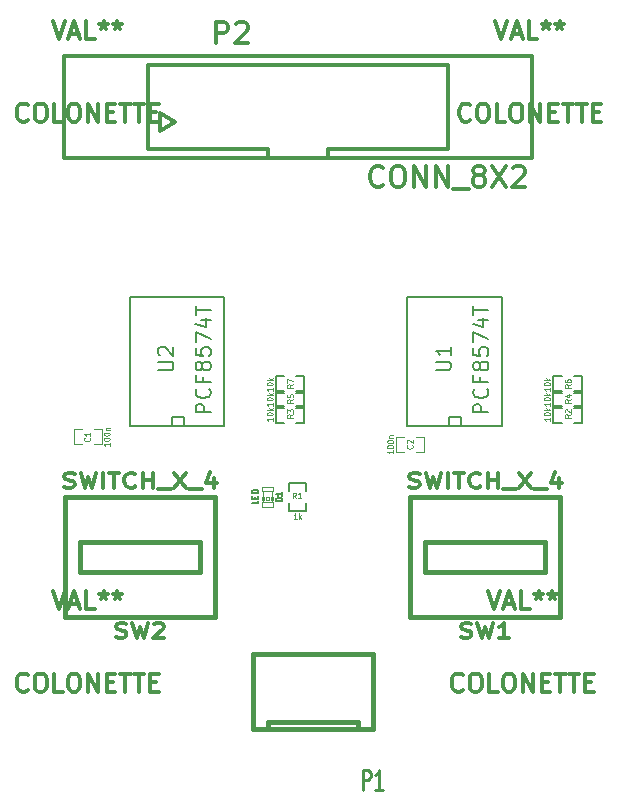
<source format=gto>
G04 (created by PCBNEW (2013-07-07 BZR 4022)-stable) date dim. 09 mars 2014 21:57:11 CET*
%MOIN*%
G04 Gerber Fmt 3.4, Leading zero omitted, Abs format*
%FSLAX34Y34*%
G01*
G70*
G90*
G04 APERTURE LIST*
%ADD10C,0.00590551*%
%ADD11C,0.015*%
%ADD12C,0.008*%
%ADD13C,0.005*%
%ADD14C,0.0047*%
%ADD15C,0.0026*%
%ADD16C,0.004*%
%ADD17C,0.012*%
%ADD18C,0.0045*%
%ADD19C,0.0107*%
G04 APERTURE END LIST*
G54D10*
G54D11*
X25000Y-67500D02*
X25000Y-68500D01*
X25000Y-68500D02*
X21000Y-68500D01*
X21000Y-68500D02*
X21000Y-67500D01*
X21000Y-67500D02*
X25000Y-67500D01*
X20500Y-70000D02*
X20500Y-66000D01*
X20500Y-66000D02*
X25500Y-66000D01*
X25500Y-66000D02*
X25500Y-70000D01*
X25500Y-70000D02*
X20500Y-70000D01*
X13500Y-67500D02*
X13500Y-68500D01*
X13500Y-68500D02*
X9500Y-68500D01*
X9500Y-68500D02*
X9500Y-67500D01*
X9500Y-67500D02*
X13500Y-67500D01*
X9000Y-70000D02*
X9000Y-66000D01*
X9000Y-66000D02*
X14000Y-66000D01*
X14000Y-66000D02*
X14000Y-70000D01*
X14000Y-70000D02*
X9000Y-70000D01*
G54D12*
X23550Y-63650D02*
X20400Y-63650D01*
X20400Y-59350D02*
X23550Y-59350D01*
X20400Y-63650D02*
X20400Y-59350D01*
X23550Y-59350D02*
X23550Y-63650D01*
X21800Y-63650D02*
X21800Y-63350D01*
X21800Y-63350D02*
X22200Y-63350D01*
X22200Y-63350D02*
X22200Y-63650D01*
X14300Y-63650D02*
X11150Y-63650D01*
X11150Y-59350D02*
X14300Y-59350D01*
X11150Y-63650D02*
X11150Y-59350D01*
X14300Y-59350D02*
X14300Y-63650D01*
X12550Y-63650D02*
X12550Y-63350D01*
X12550Y-63350D02*
X12950Y-63350D01*
X12950Y-63350D02*
X12950Y-63650D01*
G54D13*
X25553Y-62975D02*
X25275Y-62975D01*
X25275Y-62975D02*
X25275Y-63525D01*
X25275Y-63525D02*
X25553Y-63525D01*
X26225Y-62975D02*
X25947Y-62975D01*
X26225Y-62975D02*
X26225Y-63525D01*
X26225Y-63525D02*
X25947Y-63525D01*
X25553Y-62475D02*
X25275Y-62475D01*
X25275Y-62475D02*
X25275Y-63025D01*
X25275Y-63025D02*
X25553Y-63025D01*
X26225Y-62475D02*
X25947Y-62475D01*
X26225Y-62475D02*
X26225Y-63025D01*
X26225Y-63025D02*
X25947Y-63025D01*
X25553Y-61975D02*
X25275Y-61975D01*
X25275Y-61975D02*
X25275Y-62525D01*
X25275Y-62525D02*
X25553Y-62525D01*
X26225Y-61975D02*
X25947Y-61975D01*
X26225Y-61975D02*
X26225Y-62525D01*
X26225Y-62525D02*
X25947Y-62525D01*
X16303Y-62975D02*
X16025Y-62975D01*
X16025Y-62975D02*
X16025Y-63525D01*
X16025Y-63525D02*
X16303Y-63525D01*
X16975Y-62975D02*
X16697Y-62975D01*
X16975Y-62975D02*
X16975Y-63525D01*
X16975Y-63525D02*
X16697Y-63525D01*
X16303Y-62475D02*
X16025Y-62475D01*
X16025Y-62475D02*
X16025Y-63025D01*
X16025Y-63025D02*
X16303Y-63025D01*
X16975Y-62475D02*
X16697Y-62475D01*
X16975Y-62475D02*
X16975Y-63025D01*
X16975Y-63025D02*
X16697Y-63025D01*
X16303Y-61975D02*
X16025Y-61975D01*
X16025Y-61975D02*
X16025Y-62525D01*
X16025Y-62525D02*
X16303Y-62525D01*
X16975Y-61975D02*
X16697Y-61975D01*
X16975Y-61975D02*
X16975Y-62525D01*
X16975Y-62525D02*
X16697Y-62525D01*
X16475Y-66197D02*
X16475Y-66475D01*
X16475Y-66475D02*
X17025Y-66475D01*
X17025Y-66475D02*
X17025Y-66197D01*
X16475Y-65525D02*
X16475Y-65803D01*
X16475Y-65525D02*
X17025Y-65525D01*
X17025Y-65525D02*
X17025Y-65803D01*
G54D14*
X9553Y-63744D02*
X9278Y-63744D01*
X9947Y-63744D02*
X10222Y-63744D01*
X9553Y-64256D02*
X9278Y-64256D01*
X10222Y-64256D02*
X9947Y-64256D01*
X9278Y-64250D02*
X9278Y-63750D01*
X10222Y-63750D02*
X10222Y-64250D01*
X20697Y-64506D02*
X20972Y-64506D01*
X20303Y-64506D02*
X20028Y-64506D01*
X20697Y-63994D02*
X20972Y-63994D01*
X20028Y-63994D02*
X20303Y-63994D01*
X20972Y-64000D02*
X20972Y-64500D01*
X20028Y-64500D02*
X20028Y-64000D01*
G54D15*
X15927Y-66177D02*
X15573Y-66177D01*
X15573Y-66177D02*
X15573Y-66334D01*
X15927Y-66334D02*
X15573Y-66334D01*
X15927Y-66177D02*
X15927Y-66334D01*
X15927Y-65666D02*
X15573Y-65666D01*
X15573Y-65666D02*
X15573Y-65823D01*
X15927Y-65823D02*
X15573Y-65823D01*
X15927Y-65666D02*
X15927Y-65823D01*
X15927Y-66000D02*
X15868Y-66000D01*
X15868Y-66000D02*
X15868Y-66118D01*
X15927Y-66118D02*
X15868Y-66118D01*
X15927Y-66000D02*
X15927Y-66118D01*
X15632Y-66000D02*
X15573Y-66000D01*
X15573Y-66000D02*
X15573Y-66118D01*
X15632Y-66118D02*
X15573Y-66118D01*
X15632Y-66000D02*
X15632Y-66118D01*
X15809Y-66000D02*
X15691Y-66000D01*
X15691Y-66000D02*
X15691Y-66118D01*
X15809Y-66118D02*
X15691Y-66118D01*
X15809Y-66000D02*
X15809Y-66118D01*
G54D16*
X15907Y-66177D02*
X15907Y-65823D01*
X15593Y-66177D02*
X15593Y-65823D01*
G54D11*
X15750Y-73750D02*
X15750Y-73500D01*
X15750Y-73500D02*
X18750Y-73500D01*
X18750Y-73500D02*
X18750Y-73750D01*
X19250Y-71250D02*
X15250Y-71250D01*
X15250Y-71250D02*
X15250Y-73750D01*
X15250Y-73750D02*
X19250Y-73750D01*
X19250Y-73750D02*
X19250Y-71250D01*
G54D17*
X15750Y-54700D02*
X15750Y-54400D01*
X15750Y-54400D02*
X11750Y-54400D01*
X11750Y-54400D02*
X11750Y-51600D01*
X11750Y-51600D02*
X21750Y-51600D01*
X21750Y-51600D02*
X21750Y-54400D01*
X21750Y-54400D02*
X17750Y-54400D01*
X17750Y-54400D02*
X17750Y-54700D01*
X8950Y-54700D02*
X8950Y-51300D01*
X8950Y-51300D02*
X24550Y-51300D01*
X24550Y-51300D02*
X24550Y-54700D01*
X24550Y-54700D02*
X8950Y-54700D01*
X12650Y-53500D02*
X12150Y-53200D01*
X12150Y-53200D02*
X12150Y-53800D01*
X12150Y-53800D02*
X12650Y-53500D01*
X22200Y-70678D02*
X22285Y-70702D01*
X22428Y-70702D01*
X22485Y-70678D01*
X22514Y-70654D01*
X22542Y-70607D01*
X22542Y-70559D01*
X22514Y-70511D01*
X22485Y-70488D01*
X22428Y-70464D01*
X22314Y-70440D01*
X22257Y-70416D01*
X22228Y-70392D01*
X22200Y-70345D01*
X22200Y-70297D01*
X22228Y-70250D01*
X22257Y-70226D01*
X22314Y-70202D01*
X22457Y-70202D01*
X22542Y-70226D01*
X22742Y-70202D02*
X22885Y-70702D01*
X23000Y-70345D01*
X23114Y-70702D01*
X23257Y-70202D01*
X23800Y-70702D02*
X23457Y-70702D01*
X23628Y-70702D02*
X23628Y-70202D01*
X23571Y-70273D01*
X23514Y-70321D01*
X23457Y-70345D01*
X20471Y-65678D02*
X20557Y-65702D01*
X20700Y-65702D01*
X20757Y-65678D01*
X20785Y-65654D01*
X20814Y-65607D01*
X20814Y-65559D01*
X20785Y-65511D01*
X20757Y-65488D01*
X20700Y-65464D01*
X20585Y-65440D01*
X20528Y-65416D01*
X20500Y-65392D01*
X20471Y-65345D01*
X20471Y-65297D01*
X20500Y-65250D01*
X20528Y-65226D01*
X20585Y-65202D01*
X20728Y-65202D01*
X20814Y-65226D01*
X21014Y-65202D02*
X21157Y-65702D01*
X21271Y-65345D01*
X21385Y-65702D01*
X21528Y-65202D01*
X21757Y-65702D02*
X21757Y-65202D01*
X21957Y-65202D02*
X22300Y-65202D01*
X22128Y-65702D02*
X22128Y-65202D01*
X22842Y-65654D02*
X22814Y-65678D01*
X22728Y-65702D01*
X22671Y-65702D01*
X22585Y-65678D01*
X22528Y-65630D01*
X22500Y-65583D01*
X22471Y-65488D01*
X22471Y-65416D01*
X22500Y-65321D01*
X22528Y-65273D01*
X22585Y-65226D01*
X22671Y-65202D01*
X22728Y-65202D01*
X22814Y-65226D01*
X22842Y-65250D01*
X23100Y-65702D02*
X23100Y-65202D01*
X23100Y-65440D02*
X23442Y-65440D01*
X23442Y-65702D02*
X23442Y-65202D01*
X23585Y-65750D02*
X24042Y-65750D01*
X24128Y-65202D02*
X24528Y-65702D01*
X24528Y-65202D02*
X24128Y-65702D01*
X24614Y-65750D02*
X25071Y-65750D01*
X25471Y-65369D02*
X25471Y-65702D01*
X25328Y-65178D02*
X25185Y-65535D01*
X25557Y-65535D01*
X10700Y-70678D02*
X10785Y-70702D01*
X10928Y-70702D01*
X10985Y-70678D01*
X11014Y-70654D01*
X11042Y-70607D01*
X11042Y-70559D01*
X11014Y-70511D01*
X10985Y-70488D01*
X10928Y-70464D01*
X10814Y-70440D01*
X10757Y-70416D01*
X10728Y-70392D01*
X10700Y-70345D01*
X10700Y-70297D01*
X10728Y-70250D01*
X10757Y-70226D01*
X10814Y-70202D01*
X10957Y-70202D01*
X11042Y-70226D01*
X11242Y-70202D02*
X11385Y-70702D01*
X11500Y-70345D01*
X11614Y-70702D01*
X11757Y-70202D01*
X11957Y-70250D02*
X11985Y-70226D01*
X12042Y-70202D01*
X12185Y-70202D01*
X12242Y-70226D01*
X12271Y-70250D01*
X12300Y-70297D01*
X12300Y-70345D01*
X12271Y-70416D01*
X11928Y-70702D01*
X12300Y-70702D01*
X8971Y-65678D02*
X9057Y-65702D01*
X9200Y-65702D01*
X9257Y-65678D01*
X9285Y-65654D01*
X9314Y-65607D01*
X9314Y-65559D01*
X9285Y-65511D01*
X9257Y-65488D01*
X9200Y-65464D01*
X9085Y-65440D01*
X9028Y-65416D01*
X9000Y-65392D01*
X8971Y-65345D01*
X8971Y-65297D01*
X9000Y-65250D01*
X9028Y-65226D01*
X9085Y-65202D01*
X9228Y-65202D01*
X9314Y-65226D01*
X9514Y-65202D02*
X9657Y-65702D01*
X9771Y-65345D01*
X9885Y-65702D01*
X10028Y-65202D01*
X10257Y-65702D02*
X10257Y-65202D01*
X10457Y-65202D02*
X10800Y-65202D01*
X10628Y-65702D02*
X10628Y-65202D01*
X11342Y-65654D02*
X11314Y-65678D01*
X11228Y-65702D01*
X11171Y-65702D01*
X11085Y-65678D01*
X11028Y-65630D01*
X11000Y-65583D01*
X10971Y-65488D01*
X10971Y-65416D01*
X11000Y-65321D01*
X11028Y-65273D01*
X11085Y-65226D01*
X11171Y-65202D01*
X11228Y-65202D01*
X11314Y-65226D01*
X11342Y-65250D01*
X11600Y-65702D02*
X11600Y-65202D01*
X11600Y-65440D02*
X11942Y-65440D01*
X11942Y-65702D02*
X11942Y-65202D01*
X12085Y-65750D02*
X12542Y-65750D01*
X12628Y-65202D02*
X13028Y-65702D01*
X13028Y-65202D02*
X12628Y-65702D01*
X13114Y-65750D02*
X13571Y-65750D01*
X13971Y-65369D02*
X13971Y-65702D01*
X13828Y-65178D02*
X13685Y-65535D01*
X14057Y-65535D01*
G54D13*
X21352Y-61780D02*
X21757Y-61780D01*
X21804Y-61757D01*
X21828Y-61733D01*
X21852Y-61685D01*
X21852Y-61590D01*
X21828Y-61542D01*
X21804Y-61519D01*
X21757Y-61495D01*
X21352Y-61495D01*
X21852Y-60995D02*
X21852Y-61280D01*
X21852Y-61138D02*
X21352Y-61138D01*
X21423Y-61185D01*
X21471Y-61233D01*
X21495Y-61280D01*
X23102Y-63188D02*
X22602Y-63188D01*
X22602Y-62997D01*
X22626Y-62950D01*
X22650Y-62926D01*
X22697Y-62902D01*
X22769Y-62902D01*
X22816Y-62926D01*
X22840Y-62950D01*
X22864Y-62997D01*
X22864Y-63188D01*
X23054Y-62402D02*
X23078Y-62426D01*
X23102Y-62497D01*
X23102Y-62545D01*
X23078Y-62616D01*
X23030Y-62664D01*
X22983Y-62688D01*
X22888Y-62711D01*
X22816Y-62711D01*
X22721Y-62688D01*
X22673Y-62664D01*
X22626Y-62616D01*
X22602Y-62545D01*
X22602Y-62497D01*
X22626Y-62426D01*
X22650Y-62402D01*
X22840Y-62021D02*
X22840Y-62188D01*
X23102Y-62188D02*
X22602Y-62188D01*
X22602Y-61950D01*
X22816Y-61688D02*
X22792Y-61735D01*
X22769Y-61759D01*
X22721Y-61783D01*
X22697Y-61783D01*
X22650Y-61759D01*
X22626Y-61735D01*
X22602Y-61688D01*
X22602Y-61592D01*
X22626Y-61545D01*
X22650Y-61521D01*
X22697Y-61497D01*
X22721Y-61497D01*
X22769Y-61521D01*
X22792Y-61545D01*
X22816Y-61592D01*
X22816Y-61688D01*
X22840Y-61735D01*
X22864Y-61759D01*
X22911Y-61783D01*
X23007Y-61783D01*
X23054Y-61759D01*
X23078Y-61735D01*
X23102Y-61688D01*
X23102Y-61592D01*
X23078Y-61545D01*
X23054Y-61521D01*
X23007Y-61497D01*
X22911Y-61497D01*
X22864Y-61521D01*
X22840Y-61545D01*
X22816Y-61592D01*
X22602Y-61045D02*
X22602Y-61283D01*
X22840Y-61307D01*
X22816Y-61283D01*
X22792Y-61235D01*
X22792Y-61116D01*
X22816Y-61069D01*
X22840Y-61045D01*
X22888Y-61021D01*
X23007Y-61021D01*
X23054Y-61045D01*
X23078Y-61069D01*
X23102Y-61116D01*
X23102Y-61235D01*
X23078Y-61283D01*
X23054Y-61307D01*
X22602Y-60854D02*
X22602Y-60521D01*
X23102Y-60735D01*
X22769Y-60116D02*
X23102Y-60116D01*
X22578Y-60235D02*
X22935Y-60354D01*
X22935Y-60045D01*
X22602Y-59926D02*
X22602Y-59640D01*
X23102Y-59783D02*
X22602Y-59783D01*
X12102Y-61780D02*
X12507Y-61780D01*
X12554Y-61757D01*
X12578Y-61733D01*
X12602Y-61685D01*
X12602Y-61590D01*
X12578Y-61542D01*
X12554Y-61519D01*
X12507Y-61495D01*
X12102Y-61495D01*
X12150Y-61280D02*
X12126Y-61257D01*
X12102Y-61209D01*
X12102Y-61090D01*
X12126Y-61042D01*
X12150Y-61019D01*
X12197Y-60995D01*
X12245Y-60995D01*
X12316Y-61019D01*
X12602Y-61304D01*
X12602Y-60995D01*
X13852Y-63188D02*
X13352Y-63188D01*
X13352Y-62997D01*
X13376Y-62950D01*
X13400Y-62926D01*
X13447Y-62902D01*
X13519Y-62902D01*
X13566Y-62926D01*
X13590Y-62950D01*
X13614Y-62997D01*
X13614Y-63188D01*
X13804Y-62402D02*
X13828Y-62426D01*
X13852Y-62497D01*
X13852Y-62545D01*
X13828Y-62616D01*
X13780Y-62664D01*
X13733Y-62688D01*
X13638Y-62711D01*
X13566Y-62711D01*
X13471Y-62688D01*
X13423Y-62664D01*
X13376Y-62616D01*
X13352Y-62545D01*
X13352Y-62497D01*
X13376Y-62426D01*
X13400Y-62402D01*
X13590Y-62021D02*
X13590Y-62188D01*
X13852Y-62188D02*
X13352Y-62188D01*
X13352Y-61950D01*
X13566Y-61688D02*
X13542Y-61735D01*
X13519Y-61759D01*
X13471Y-61783D01*
X13447Y-61783D01*
X13400Y-61759D01*
X13376Y-61735D01*
X13352Y-61688D01*
X13352Y-61592D01*
X13376Y-61545D01*
X13400Y-61521D01*
X13447Y-61497D01*
X13471Y-61497D01*
X13519Y-61521D01*
X13542Y-61545D01*
X13566Y-61592D01*
X13566Y-61688D01*
X13590Y-61735D01*
X13614Y-61759D01*
X13661Y-61783D01*
X13757Y-61783D01*
X13804Y-61759D01*
X13828Y-61735D01*
X13852Y-61688D01*
X13852Y-61592D01*
X13828Y-61545D01*
X13804Y-61521D01*
X13757Y-61497D01*
X13661Y-61497D01*
X13614Y-61521D01*
X13590Y-61545D01*
X13566Y-61592D01*
X13352Y-61045D02*
X13352Y-61283D01*
X13590Y-61307D01*
X13566Y-61283D01*
X13542Y-61235D01*
X13542Y-61116D01*
X13566Y-61069D01*
X13590Y-61045D01*
X13638Y-61021D01*
X13757Y-61021D01*
X13804Y-61045D01*
X13828Y-61069D01*
X13852Y-61116D01*
X13852Y-61235D01*
X13828Y-61283D01*
X13804Y-61307D01*
X13352Y-60854D02*
X13352Y-60521D01*
X13852Y-60735D01*
X13519Y-60116D02*
X13852Y-60116D01*
X13328Y-60235D02*
X13685Y-60354D01*
X13685Y-60045D01*
X13352Y-59926D02*
X13352Y-59640D01*
X13852Y-59783D02*
X13352Y-59783D01*
G54D18*
X25854Y-63255D02*
X25760Y-63315D01*
X25854Y-63357D02*
X25657Y-63357D01*
X25657Y-63289D01*
X25667Y-63272D01*
X25676Y-63263D01*
X25695Y-63255D01*
X25723Y-63255D01*
X25742Y-63263D01*
X25751Y-63272D01*
X25760Y-63289D01*
X25760Y-63357D01*
X25676Y-63186D02*
X25667Y-63177D01*
X25657Y-63160D01*
X25657Y-63117D01*
X25667Y-63100D01*
X25676Y-63092D01*
X25695Y-63083D01*
X25714Y-63083D01*
X25742Y-63092D01*
X25854Y-63195D01*
X25854Y-63083D01*
X25161Y-63357D02*
X25161Y-63460D01*
X25161Y-63408D02*
X24961Y-63408D01*
X24990Y-63425D01*
X25009Y-63442D01*
X25019Y-63460D01*
X24961Y-63245D02*
X24961Y-63228D01*
X24971Y-63211D01*
X24981Y-63202D01*
X25000Y-63194D01*
X25038Y-63185D01*
X25085Y-63185D01*
X25123Y-63194D01*
X25142Y-63202D01*
X25152Y-63211D01*
X25161Y-63228D01*
X25161Y-63245D01*
X25152Y-63262D01*
X25142Y-63271D01*
X25123Y-63280D01*
X25085Y-63288D01*
X25038Y-63288D01*
X25000Y-63280D01*
X24981Y-63271D01*
X24971Y-63262D01*
X24961Y-63245D01*
X25161Y-63108D02*
X24961Y-63108D01*
X25085Y-63091D02*
X25161Y-63039D01*
X25028Y-63039D02*
X25104Y-63108D01*
X25854Y-62755D02*
X25760Y-62815D01*
X25854Y-62857D02*
X25657Y-62857D01*
X25657Y-62789D01*
X25667Y-62772D01*
X25676Y-62763D01*
X25695Y-62755D01*
X25723Y-62755D01*
X25742Y-62763D01*
X25751Y-62772D01*
X25760Y-62789D01*
X25760Y-62857D01*
X25723Y-62600D02*
X25854Y-62600D01*
X25648Y-62643D02*
X25789Y-62686D01*
X25789Y-62575D01*
X25161Y-62857D02*
X25161Y-62960D01*
X25161Y-62908D02*
X24961Y-62908D01*
X24990Y-62925D01*
X25009Y-62942D01*
X25019Y-62960D01*
X24961Y-62745D02*
X24961Y-62728D01*
X24971Y-62711D01*
X24981Y-62702D01*
X25000Y-62694D01*
X25038Y-62685D01*
X25085Y-62685D01*
X25123Y-62694D01*
X25142Y-62702D01*
X25152Y-62711D01*
X25161Y-62728D01*
X25161Y-62745D01*
X25152Y-62762D01*
X25142Y-62771D01*
X25123Y-62780D01*
X25085Y-62788D01*
X25038Y-62788D01*
X25000Y-62780D01*
X24981Y-62771D01*
X24971Y-62762D01*
X24961Y-62745D01*
X25161Y-62608D02*
X24961Y-62608D01*
X25085Y-62591D02*
X25161Y-62539D01*
X25028Y-62539D02*
X25104Y-62608D01*
X25854Y-62255D02*
X25760Y-62315D01*
X25854Y-62357D02*
X25657Y-62357D01*
X25657Y-62289D01*
X25667Y-62272D01*
X25676Y-62263D01*
X25695Y-62255D01*
X25723Y-62255D01*
X25742Y-62263D01*
X25751Y-62272D01*
X25760Y-62289D01*
X25760Y-62357D01*
X25657Y-62100D02*
X25657Y-62135D01*
X25667Y-62152D01*
X25676Y-62160D01*
X25704Y-62177D01*
X25742Y-62186D01*
X25817Y-62186D01*
X25835Y-62177D01*
X25845Y-62169D01*
X25854Y-62152D01*
X25854Y-62117D01*
X25845Y-62100D01*
X25835Y-62092D01*
X25817Y-62083D01*
X25770Y-62083D01*
X25751Y-62092D01*
X25742Y-62100D01*
X25732Y-62117D01*
X25732Y-62152D01*
X25742Y-62169D01*
X25751Y-62177D01*
X25770Y-62186D01*
X25161Y-62357D02*
X25161Y-62460D01*
X25161Y-62408D02*
X24961Y-62408D01*
X24990Y-62425D01*
X25009Y-62442D01*
X25019Y-62460D01*
X24961Y-62245D02*
X24961Y-62228D01*
X24971Y-62211D01*
X24981Y-62202D01*
X25000Y-62194D01*
X25038Y-62185D01*
X25085Y-62185D01*
X25123Y-62194D01*
X25142Y-62202D01*
X25152Y-62211D01*
X25161Y-62228D01*
X25161Y-62245D01*
X25152Y-62262D01*
X25142Y-62271D01*
X25123Y-62280D01*
X25085Y-62288D01*
X25038Y-62288D01*
X25000Y-62280D01*
X24981Y-62271D01*
X24971Y-62262D01*
X24961Y-62245D01*
X25161Y-62108D02*
X24961Y-62108D01*
X25085Y-62091D02*
X25161Y-62039D01*
X25028Y-62039D02*
X25104Y-62108D01*
X16604Y-63255D02*
X16510Y-63315D01*
X16604Y-63357D02*
X16407Y-63357D01*
X16407Y-63289D01*
X16417Y-63272D01*
X16426Y-63263D01*
X16445Y-63255D01*
X16473Y-63255D01*
X16492Y-63263D01*
X16501Y-63272D01*
X16510Y-63289D01*
X16510Y-63357D01*
X16407Y-63195D02*
X16407Y-63083D01*
X16482Y-63143D01*
X16482Y-63117D01*
X16492Y-63100D01*
X16501Y-63092D01*
X16520Y-63083D01*
X16567Y-63083D01*
X16585Y-63092D01*
X16595Y-63100D01*
X16604Y-63117D01*
X16604Y-63169D01*
X16595Y-63186D01*
X16585Y-63195D01*
X15911Y-63357D02*
X15911Y-63460D01*
X15911Y-63408D02*
X15711Y-63408D01*
X15740Y-63425D01*
X15759Y-63442D01*
X15769Y-63460D01*
X15711Y-63245D02*
X15711Y-63228D01*
X15721Y-63211D01*
X15731Y-63202D01*
X15750Y-63194D01*
X15788Y-63185D01*
X15835Y-63185D01*
X15873Y-63194D01*
X15892Y-63202D01*
X15902Y-63211D01*
X15911Y-63228D01*
X15911Y-63245D01*
X15902Y-63262D01*
X15892Y-63271D01*
X15873Y-63280D01*
X15835Y-63288D01*
X15788Y-63288D01*
X15750Y-63280D01*
X15731Y-63271D01*
X15721Y-63262D01*
X15711Y-63245D01*
X15911Y-63108D02*
X15711Y-63108D01*
X15835Y-63091D02*
X15911Y-63039D01*
X15778Y-63039D02*
X15854Y-63108D01*
X16604Y-62755D02*
X16510Y-62815D01*
X16604Y-62857D02*
X16407Y-62857D01*
X16407Y-62789D01*
X16417Y-62772D01*
X16426Y-62763D01*
X16445Y-62755D01*
X16473Y-62755D01*
X16492Y-62763D01*
X16501Y-62772D01*
X16510Y-62789D01*
X16510Y-62857D01*
X16407Y-62592D02*
X16407Y-62677D01*
X16501Y-62686D01*
X16492Y-62677D01*
X16482Y-62660D01*
X16482Y-62617D01*
X16492Y-62600D01*
X16501Y-62592D01*
X16520Y-62583D01*
X16567Y-62583D01*
X16585Y-62592D01*
X16595Y-62600D01*
X16604Y-62617D01*
X16604Y-62660D01*
X16595Y-62677D01*
X16585Y-62686D01*
X15911Y-62857D02*
X15911Y-62960D01*
X15911Y-62908D02*
X15711Y-62908D01*
X15740Y-62925D01*
X15759Y-62942D01*
X15769Y-62960D01*
X15711Y-62745D02*
X15711Y-62728D01*
X15721Y-62711D01*
X15731Y-62702D01*
X15750Y-62694D01*
X15788Y-62685D01*
X15835Y-62685D01*
X15873Y-62694D01*
X15892Y-62702D01*
X15902Y-62711D01*
X15911Y-62728D01*
X15911Y-62745D01*
X15902Y-62762D01*
X15892Y-62771D01*
X15873Y-62780D01*
X15835Y-62788D01*
X15788Y-62788D01*
X15750Y-62780D01*
X15731Y-62771D01*
X15721Y-62762D01*
X15711Y-62745D01*
X15911Y-62608D02*
X15711Y-62608D01*
X15835Y-62591D02*
X15911Y-62539D01*
X15778Y-62539D02*
X15854Y-62608D01*
X16604Y-62255D02*
X16510Y-62315D01*
X16604Y-62357D02*
X16407Y-62357D01*
X16407Y-62289D01*
X16417Y-62272D01*
X16426Y-62263D01*
X16445Y-62255D01*
X16473Y-62255D01*
X16492Y-62263D01*
X16501Y-62272D01*
X16510Y-62289D01*
X16510Y-62357D01*
X16407Y-62195D02*
X16407Y-62075D01*
X16604Y-62152D01*
X15911Y-62357D02*
X15911Y-62460D01*
X15911Y-62408D02*
X15711Y-62408D01*
X15740Y-62425D01*
X15759Y-62442D01*
X15769Y-62460D01*
X15711Y-62245D02*
X15711Y-62228D01*
X15721Y-62211D01*
X15731Y-62202D01*
X15750Y-62194D01*
X15788Y-62185D01*
X15835Y-62185D01*
X15873Y-62194D01*
X15892Y-62202D01*
X15902Y-62211D01*
X15911Y-62228D01*
X15911Y-62245D01*
X15902Y-62262D01*
X15892Y-62271D01*
X15873Y-62280D01*
X15835Y-62288D01*
X15788Y-62288D01*
X15750Y-62280D01*
X15731Y-62271D01*
X15721Y-62262D01*
X15711Y-62245D01*
X15911Y-62108D02*
X15711Y-62108D01*
X15835Y-62091D02*
X15911Y-62039D01*
X15778Y-62039D02*
X15854Y-62108D01*
X16695Y-66054D02*
X16635Y-65960D01*
X16592Y-66054D02*
X16592Y-65857D01*
X16660Y-65857D01*
X16677Y-65867D01*
X16686Y-65876D01*
X16695Y-65895D01*
X16695Y-65923D01*
X16686Y-65942D01*
X16677Y-65951D01*
X16660Y-65960D01*
X16592Y-65960D01*
X16866Y-66054D02*
X16763Y-66054D01*
X16815Y-66054D02*
X16815Y-65857D01*
X16797Y-65885D01*
X16780Y-65904D01*
X16763Y-65914D01*
X16728Y-66749D02*
X16625Y-66749D01*
X16677Y-66749D02*
X16677Y-66549D01*
X16660Y-66578D01*
X16642Y-66597D01*
X16625Y-66607D01*
X16805Y-66749D02*
X16805Y-66549D01*
X16822Y-66673D02*
X16874Y-66749D01*
X16874Y-66616D02*
X16805Y-66692D01*
X9811Y-64030D02*
X9821Y-64038D01*
X9830Y-64064D01*
X9830Y-64081D01*
X9821Y-64107D01*
X9802Y-64124D01*
X9783Y-64132D01*
X9745Y-64141D01*
X9716Y-64141D01*
X9678Y-64132D01*
X9659Y-64124D01*
X9640Y-64107D01*
X9630Y-64081D01*
X9630Y-64064D01*
X9640Y-64038D01*
X9650Y-64030D01*
X9830Y-63858D02*
X9830Y-63961D01*
X9830Y-63910D02*
X9630Y-63910D01*
X9659Y-63927D01*
X9678Y-63944D01*
X9688Y-63961D01*
X10480Y-64201D02*
X10480Y-64304D01*
X10480Y-64252D02*
X10280Y-64252D01*
X10309Y-64270D01*
X10328Y-64287D01*
X10338Y-64304D01*
X10280Y-64090D02*
X10280Y-64072D01*
X10290Y-64055D01*
X10300Y-64047D01*
X10319Y-64038D01*
X10357Y-64030D01*
X10404Y-64030D01*
X10442Y-64038D01*
X10461Y-64047D01*
X10471Y-64055D01*
X10480Y-64072D01*
X10480Y-64090D01*
X10471Y-64107D01*
X10461Y-64115D01*
X10442Y-64124D01*
X10404Y-64132D01*
X10357Y-64132D01*
X10319Y-64124D01*
X10300Y-64115D01*
X10290Y-64107D01*
X10280Y-64090D01*
X10280Y-63918D02*
X10280Y-63901D01*
X10290Y-63884D01*
X10300Y-63875D01*
X10319Y-63867D01*
X10357Y-63858D01*
X10404Y-63858D01*
X10442Y-63867D01*
X10461Y-63875D01*
X10471Y-63884D01*
X10480Y-63901D01*
X10480Y-63918D01*
X10471Y-63935D01*
X10461Y-63944D01*
X10442Y-63952D01*
X10404Y-63961D01*
X10357Y-63961D01*
X10319Y-63952D01*
X10300Y-63944D01*
X10290Y-63935D01*
X10280Y-63918D01*
X10347Y-63781D02*
X10480Y-63781D01*
X10366Y-63781D02*
X10357Y-63772D01*
X10347Y-63755D01*
X10347Y-63729D01*
X10357Y-63712D01*
X10376Y-63704D01*
X10480Y-63704D01*
X20561Y-64280D02*
X20571Y-64288D01*
X20580Y-64314D01*
X20580Y-64331D01*
X20571Y-64357D01*
X20552Y-64374D01*
X20533Y-64382D01*
X20495Y-64391D01*
X20466Y-64391D01*
X20428Y-64382D01*
X20409Y-64374D01*
X20390Y-64357D01*
X20380Y-64331D01*
X20380Y-64314D01*
X20390Y-64288D01*
X20400Y-64280D01*
X20400Y-64211D02*
X20390Y-64202D01*
X20380Y-64185D01*
X20380Y-64142D01*
X20390Y-64125D01*
X20400Y-64117D01*
X20419Y-64108D01*
X20438Y-64108D01*
X20466Y-64117D01*
X20580Y-64220D01*
X20580Y-64108D01*
X19930Y-64451D02*
X19930Y-64554D01*
X19930Y-64502D02*
X19730Y-64502D01*
X19759Y-64520D01*
X19778Y-64537D01*
X19788Y-64554D01*
X19730Y-64340D02*
X19730Y-64322D01*
X19740Y-64305D01*
X19750Y-64297D01*
X19769Y-64288D01*
X19807Y-64280D01*
X19854Y-64280D01*
X19892Y-64288D01*
X19911Y-64297D01*
X19921Y-64305D01*
X19930Y-64322D01*
X19930Y-64340D01*
X19921Y-64357D01*
X19911Y-64365D01*
X19892Y-64374D01*
X19854Y-64382D01*
X19807Y-64382D01*
X19769Y-64374D01*
X19750Y-64365D01*
X19740Y-64357D01*
X19730Y-64340D01*
X19730Y-64168D02*
X19730Y-64151D01*
X19740Y-64134D01*
X19750Y-64125D01*
X19769Y-64117D01*
X19807Y-64108D01*
X19854Y-64108D01*
X19892Y-64117D01*
X19911Y-64125D01*
X19921Y-64134D01*
X19930Y-64151D01*
X19930Y-64168D01*
X19921Y-64185D01*
X19911Y-64194D01*
X19892Y-64202D01*
X19854Y-64211D01*
X19807Y-64211D01*
X19769Y-64202D01*
X19750Y-64194D01*
X19740Y-64185D01*
X19730Y-64168D01*
X19797Y-64031D02*
X19930Y-64031D01*
X19816Y-64031D02*
X19807Y-64022D01*
X19797Y-64005D01*
X19797Y-63979D01*
X19807Y-63962D01*
X19826Y-63954D01*
X19930Y-63954D01*
G54D13*
X16230Y-66147D02*
X16030Y-66147D01*
X16030Y-66100D01*
X16040Y-66071D01*
X16059Y-66052D01*
X16078Y-66042D01*
X16116Y-66033D01*
X16145Y-66033D01*
X16183Y-66042D01*
X16202Y-66052D01*
X16221Y-66071D01*
X16230Y-66100D01*
X16230Y-66147D01*
X16230Y-65842D02*
X16230Y-65957D01*
X16230Y-65900D02*
X16030Y-65900D01*
X16059Y-65919D01*
X16078Y-65938D01*
X16088Y-65957D01*
X15430Y-66128D02*
X15430Y-66223D01*
X15230Y-66223D01*
X15326Y-66061D02*
X15326Y-65995D01*
X15430Y-65966D02*
X15430Y-66061D01*
X15230Y-66061D01*
X15230Y-65966D01*
X15430Y-65880D02*
X15230Y-65880D01*
X15230Y-65833D01*
X15240Y-65804D01*
X15259Y-65785D01*
X15278Y-65776D01*
X15316Y-65766D01*
X15345Y-65766D01*
X15383Y-65776D01*
X15402Y-65785D01*
X15421Y-65804D01*
X15430Y-65833D01*
X15430Y-65880D01*
G54D19*
X18934Y-75776D02*
X18934Y-75093D01*
X19097Y-75093D01*
X19137Y-75125D01*
X19158Y-75158D01*
X19178Y-75223D01*
X19178Y-75321D01*
X19158Y-75386D01*
X19137Y-75418D01*
X19097Y-75451D01*
X18934Y-75451D01*
X19586Y-75776D02*
X19341Y-75776D01*
X19464Y-75776D02*
X19464Y-75093D01*
X19423Y-75191D01*
X19382Y-75256D01*
X19341Y-75288D01*
G54D17*
X22500Y-53435D02*
X22471Y-53464D01*
X22385Y-53492D01*
X22328Y-53492D01*
X22242Y-53464D01*
X22185Y-53407D01*
X22157Y-53350D01*
X22128Y-53235D01*
X22128Y-53150D01*
X22157Y-53035D01*
X22185Y-52978D01*
X22242Y-52921D01*
X22328Y-52892D01*
X22385Y-52892D01*
X22471Y-52921D01*
X22500Y-52950D01*
X22871Y-52892D02*
X22985Y-52892D01*
X23042Y-52921D01*
X23100Y-52978D01*
X23128Y-53092D01*
X23128Y-53292D01*
X23100Y-53407D01*
X23042Y-53464D01*
X22985Y-53492D01*
X22871Y-53492D01*
X22814Y-53464D01*
X22757Y-53407D01*
X22728Y-53292D01*
X22728Y-53092D01*
X22757Y-52978D01*
X22814Y-52921D01*
X22871Y-52892D01*
X23671Y-53492D02*
X23385Y-53492D01*
X23385Y-52892D01*
X23985Y-52892D02*
X24100Y-52892D01*
X24157Y-52921D01*
X24214Y-52978D01*
X24242Y-53092D01*
X24242Y-53292D01*
X24214Y-53407D01*
X24157Y-53464D01*
X24100Y-53492D01*
X23985Y-53492D01*
X23928Y-53464D01*
X23871Y-53407D01*
X23842Y-53292D01*
X23842Y-53092D01*
X23871Y-52978D01*
X23928Y-52921D01*
X23985Y-52892D01*
X24500Y-53492D02*
X24500Y-52892D01*
X24842Y-53492D01*
X24842Y-52892D01*
X25128Y-53178D02*
X25328Y-53178D01*
X25414Y-53492D02*
X25128Y-53492D01*
X25128Y-52892D01*
X25414Y-52892D01*
X25585Y-52892D02*
X25928Y-52892D01*
X25757Y-53492D02*
X25757Y-52892D01*
X26042Y-52892D02*
X26385Y-52892D01*
X26214Y-53492D02*
X26214Y-52892D01*
X26585Y-53178D02*
X26785Y-53178D01*
X26871Y-53492D02*
X26585Y-53492D01*
X26585Y-52892D01*
X26871Y-52892D01*
X23342Y-50142D02*
X23542Y-50742D01*
X23742Y-50142D01*
X23914Y-50571D02*
X24200Y-50571D01*
X23857Y-50742D02*
X24057Y-50142D01*
X24257Y-50742D01*
X24742Y-50742D02*
X24457Y-50742D01*
X24457Y-50142D01*
X25028Y-50142D02*
X25028Y-50285D01*
X24885Y-50228D02*
X25028Y-50285D01*
X25171Y-50228D01*
X24942Y-50400D02*
X25028Y-50285D01*
X25114Y-50400D01*
X25485Y-50142D02*
X25485Y-50285D01*
X25342Y-50228D02*
X25485Y-50285D01*
X25628Y-50228D01*
X25400Y-50400D02*
X25485Y-50285D01*
X25571Y-50400D01*
X7750Y-53435D02*
X7721Y-53464D01*
X7635Y-53492D01*
X7578Y-53492D01*
X7492Y-53464D01*
X7435Y-53407D01*
X7407Y-53350D01*
X7378Y-53235D01*
X7378Y-53150D01*
X7407Y-53035D01*
X7435Y-52978D01*
X7492Y-52921D01*
X7578Y-52892D01*
X7635Y-52892D01*
X7721Y-52921D01*
X7750Y-52950D01*
X8121Y-52892D02*
X8235Y-52892D01*
X8292Y-52921D01*
X8350Y-52978D01*
X8378Y-53092D01*
X8378Y-53292D01*
X8350Y-53407D01*
X8292Y-53464D01*
X8235Y-53492D01*
X8121Y-53492D01*
X8064Y-53464D01*
X8007Y-53407D01*
X7978Y-53292D01*
X7978Y-53092D01*
X8007Y-52978D01*
X8064Y-52921D01*
X8121Y-52892D01*
X8921Y-53492D02*
X8635Y-53492D01*
X8635Y-52892D01*
X9235Y-52892D02*
X9350Y-52892D01*
X9407Y-52921D01*
X9464Y-52978D01*
X9492Y-53092D01*
X9492Y-53292D01*
X9464Y-53407D01*
X9407Y-53464D01*
X9350Y-53492D01*
X9235Y-53492D01*
X9178Y-53464D01*
X9121Y-53407D01*
X9092Y-53292D01*
X9092Y-53092D01*
X9121Y-52978D01*
X9178Y-52921D01*
X9235Y-52892D01*
X9750Y-53492D02*
X9750Y-52892D01*
X10092Y-53492D01*
X10092Y-52892D01*
X10378Y-53178D02*
X10578Y-53178D01*
X10664Y-53492D02*
X10378Y-53492D01*
X10378Y-52892D01*
X10664Y-52892D01*
X10835Y-52892D02*
X11178Y-52892D01*
X11007Y-53492D02*
X11007Y-52892D01*
X11292Y-52892D02*
X11635Y-52892D01*
X11464Y-53492D02*
X11464Y-52892D01*
X11835Y-53178D02*
X12035Y-53178D01*
X12121Y-53492D02*
X11835Y-53492D01*
X11835Y-52892D01*
X12121Y-52892D01*
X8592Y-50142D02*
X8792Y-50742D01*
X8992Y-50142D01*
X9164Y-50571D02*
X9450Y-50571D01*
X9107Y-50742D02*
X9307Y-50142D01*
X9507Y-50742D01*
X9992Y-50742D02*
X9707Y-50742D01*
X9707Y-50142D01*
X10278Y-50142D02*
X10278Y-50285D01*
X10135Y-50228D02*
X10278Y-50285D01*
X10421Y-50228D01*
X10192Y-50400D02*
X10278Y-50285D01*
X10364Y-50400D01*
X10735Y-50142D02*
X10735Y-50285D01*
X10592Y-50228D02*
X10735Y-50285D01*
X10878Y-50228D01*
X10650Y-50400D02*
X10735Y-50285D01*
X10821Y-50400D01*
X22250Y-72435D02*
X22221Y-72464D01*
X22135Y-72492D01*
X22078Y-72492D01*
X21992Y-72464D01*
X21935Y-72407D01*
X21907Y-72350D01*
X21878Y-72235D01*
X21878Y-72150D01*
X21907Y-72035D01*
X21935Y-71978D01*
X21992Y-71921D01*
X22078Y-71892D01*
X22135Y-71892D01*
X22221Y-71921D01*
X22250Y-71950D01*
X22621Y-71892D02*
X22735Y-71892D01*
X22792Y-71921D01*
X22850Y-71978D01*
X22878Y-72092D01*
X22878Y-72292D01*
X22850Y-72407D01*
X22792Y-72464D01*
X22735Y-72492D01*
X22621Y-72492D01*
X22564Y-72464D01*
X22507Y-72407D01*
X22478Y-72292D01*
X22478Y-72092D01*
X22507Y-71978D01*
X22564Y-71921D01*
X22621Y-71892D01*
X23421Y-72492D02*
X23135Y-72492D01*
X23135Y-71892D01*
X23735Y-71892D02*
X23850Y-71892D01*
X23907Y-71921D01*
X23964Y-71978D01*
X23992Y-72092D01*
X23992Y-72292D01*
X23964Y-72407D01*
X23907Y-72464D01*
X23850Y-72492D01*
X23735Y-72492D01*
X23678Y-72464D01*
X23621Y-72407D01*
X23592Y-72292D01*
X23592Y-72092D01*
X23621Y-71978D01*
X23678Y-71921D01*
X23735Y-71892D01*
X24250Y-72492D02*
X24250Y-71892D01*
X24592Y-72492D01*
X24592Y-71892D01*
X24878Y-72178D02*
X25078Y-72178D01*
X25164Y-72492D02*
X24878Y-72492D01*
X24878Y-71892D01*
X25164Y-71892D01*
X25335Y-71892D02*
X25678Y-71892D01*
X25507Y-72492D02*
X25507Y-71892D01*
X25792Y-71892D02*
X26135Y-71892D01*
X25964Y-72492D02*
X25964Y-71892D01*
X26335Y-72178D02*
X26535Y-72178D01*
X26621Y-72492D02*
X26335Y-72492D01*
X26335Y-71892D01*
X26621Y-71892D01*
X23092Y-69142D02*
X23292Y-69742D01*
X23492Y-69142D01*
X23664Y-69571D02*
X23950Y-69571D01*
X23607Y-69742D02*
X23807Y-69142D01*
X24007Y-69742D01*
X24492Y-69742D02*
X24207Y-69742D01*
X24207Y-69142D01*
X24778Y-69142D02*
X24778Y-69285D01*
X24635Y-69228D02*
X24778Y-69285D01*
X24921Y-69228D01*
X24692Y-69400D02*
X24778Y-69285D01*
X24864Y-69400D01*
X25235Y-69142D02*
X25235Y-69285D01*
X25092Y-69228D02*
X25235Y-69285D01*
X25378Y-69228D01*
X25150Y-69400D02*
X25235Y-69285D01*
X25321Y-69400D01*
X7750Y-72435D02*
X7721Y-72464D01*
X7635Y-72492D01*
X7578Y-72492D01*
X7492Y-72464D01*
X7435Y-72407D01*
X7407Y-72350D01*
X7378Y-72235D01*
X7378Y-72150D01*
X7407Y-72035D01*
X7435Y-71978D01*
X7492Y-71921D01*
X7578Y-71892D01*
X7635Y-71892D01*
X7721Y-71921D01*
X7750Y-71950D01*
X8121Y-71892D02*
X8235Y-71892D01*
X8292Y-71921D01*
X8350Y-71978D01*
X8378Y-72092D01*
X8378Y-72292D01*
X8350Y-72407D01*
X8292Y-72464D01*
X8235Y-72492D01*
X8121Y-72492D01*
X8064Y-72464D01*
X8007Y-72407D01*
X7978Y-72292D01*
X7978Y-72092D01*
X8007Y-71978D01*
X8064Y-71921D01*
X8121Y-71892D01*
X8921Y-72492D02*
X8635Y-72492D01*
X8635Y-71892D01*
X9235Y-71892D02*
X9350Y-71892D01*
X9407Y-71921D01*
X9464Y-71978D01*
X9492Y-72092D01*
X9492Y-72292D01*
X9464Y-72407D01*
X9407Y-72464D01*
X9350Y-72492D01*
X9235Y-72492D01*
X9178Y-72464D01*
X9121Y-72407D01*
X9092Y-72292D01*
X9092Y-72092D01*
X9121Y-71978D01*
X9178Y-71921D01*
X9235Y-71892D01*
X9750Y-72492D02*
X9750Y-71892D01*
X10092Y-72492D01*
X10092Y-71892D01*
X10378Y-72178D02*
X10578Y-72178D01*
X10664Y-72492D02*
X10378Y-72492D01*
X10378Y-71892D01*
X10664Y-71892D01*
X10835Y-71892D02*
X11178Y-71892D01*
X11007Y-72492D02*
X11007Y-71892D01*
X11292Y-71892D02*
X11635Y-71892D01*
X11464Y-72492D02*
X11464Y-71892D01*
X11835Y-72178D02*
X12035Y-72178D01*
X12121Y-72492D02*
X11835Y-72492D01*
X11835Y-71892D01*
X12121Y-71892D01*
X8592Y-69142D02*
X8792Y-69742D01*
X8992Y-69142D01*
X9164Y-69571D02*
X9450Y-69571D01*
X9107Y-69742D02*
X9307Y-69142D01*
X9507Y-69742D01*
X9992Y-69742D02*
X9707Y-69742D01*
X9707Y-69142D01*
X10278Y-69142D02*
X10278Y-69285D01*
X10135Y-69228D02*
X10278Y-69285D01*
X10421Y-69228D01*
X10192Y-69400D02*
X10278Y-69285D01*
X10364Y-69400D01*
X10735Y-69142D02*
X10735Y-69285D01*
X10592Y-69228D02*
X10735Y-69285D01*
X10878Y-69228D01*
X10650Y-69400D02*
X10735Y-69285D01*
X10821Y-69400D01*
X14033Y-50883D02*
X14033Y-50183D01*
X14300Y-50183D01*
X14366Y-50216D01*
X14400Y-50250D01*
X14433Y-50316D01*
X14433Y-50416D01*
X14400Y-50483D01*
X14366Y-50516D01*
X14300Y-50550D01*
X14033Y-50550D01*
X14700Y-50250D02*
X14733Y-50216D01*
X14800Y-50183D01*
X14966Y-50183D01*
X15033Y-50216D01*
X15066Y-50250D01*
X15100Y-50316D01*
X15100Y-50383D01*
X15066Y-50483D01*
X14666Y-50883D01*
X15100Y-50883D01*
X19600Y-55616D02*
X19566Y-55650D01*
X19466Y-55683D01*
X19400Y-55683D01*
X19300Y-55650D01*
X19233Y-55583D01*
X19200Y-55516D01*
X19166Y-55383D01*
X19166Y-55283D01*
X19200Y-55150D01*
X19233Y-55083D01*
X19300Y-55016D01*
X19400Y-54983D01*
X19466Y-54983D01*
X19566Y-55016D01*
X19600Y-55050D01*
X20033Y-54983D02*
X20166Y-54983D01*
X20233Y-55016D01*
X20300Y-55083D01*
X20333Y-55216D01*
X20333Y-55450D01*
X20300Y-55583D01*
X20233Y-55650D01*
X20166Y-55683D01*
X20033Y-55683D01*
X19966Y-55650D01*
X19900Y-55583D01*
X19866Y-55450D01*
X19866Y-55216D01*
X19900Y-55083D01*
X19966Y-55016D01*
X20033Y-54983D01*
X20633Y-55683D02*
X20633Y-54983D01*
X21033Y-55683D01*
X21033Y-54983D01*
X21366Y-55683D02*
X21366Y-54983D01*
X21766Y-55683D01*
X21766Y-54983D01*
X21933Y-55750D02*
X22466Y-55750D01*
X22733Y-55283D02*
X22666Y-55250D01*
X22633Y-55216D01*
X22600Y-55150D01*
X22600Y-55116D01*
X22633Y-55050D01*
X22666Y-55016D01*
X22733Y-54983D01*
X22866Y-54983D01*
X22933Y-55016D01*
X22966Y-55050D01*
X23000Y-55116D01*
X23000Y-55150D01*
X22966Y-55216D01*
X22933Y-55250D01*
X22866Y-55283D01*
X22733Y-55283D01*
X22666Y-55316D01*
X22633Y-55350D01*
X22600Y-55416D01*
X22600Y-55550D01*
X22633Y-55616D01*
X22666Y-55650D01*
X22733Y-55683D01*
X22866Y-55683D01*
X22933Y-55650D01*
X22966Y-55616D01*
X23000Y-55550D01*
X23000Y-55416D01*
X22966Y-55350D01*
X22933Y-55316D01*
X22866Y-55283D01*
X23233Y-54983D02*
X23700Y-55683D01*
X23700Y-54983D02*
X23233Y-55683D01*
X23933Y-55050D02*
X23966Y-55016D01*
X24033Y-54983D01*
X24200Y-54983D01*
X24266Y-55016D01*
X24300Y-55050D01*
X24333Y-55116D01*
X24333Y-55183D01*
X24300Y-55283D01*
X23900Y-55683D01*
X24333Y-55683D01*
M02*

</source>
